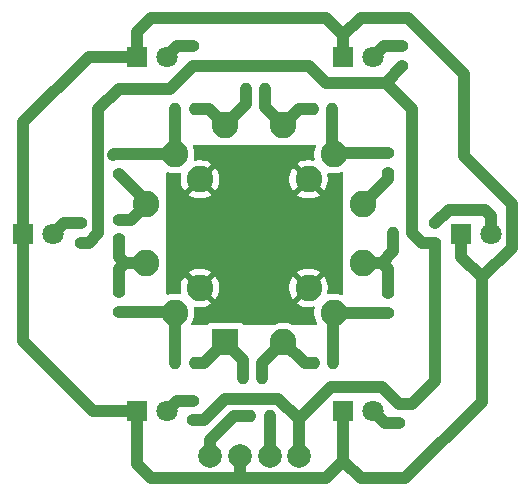
<source format=gbl>
G04 #@! TF.GenerationSoftware,KiCad,Pcbnew,9.0.4-9.0.4-0~ubuntu24.04.1*
G04 #@! TF.CreationDate,2025-09-13T11:56:24+02:00*
G04 #@! TF.ProjectId,SMG_OVN_DE96-00994A,534d475f-4f56-44e5-9f44-4539362d3030,1*
G04 #@! TF.SameCoordinates,Original*
G04 #@! TF.FileFunction,Copper,L2,Bot*
G04 #@! TF.FilePolarity,Positive*
%FSLAX46Y46*%
G04 Gerber Fmt 4.6, Leading zero omitted, Abs format (unit mm)*
G04 Created by KiCad (PCBNEW 9.0.4-9.0.4-0~ubuntu24.04.1) date 2025-09-13 11:56:24*
%MOMM*%
%LPD*%
G01*
G04 APERTURE LIST*
G04 Aperture macros list*
%AMRoundRect*
0 Rectangle with rounded corners*
0 $1 Rounding radius*
0 $2 $3 $4 $5 $6 $7 $8 $9 X,Y pos of 4 corners*
0 Add a 4 corners polygon primitive as box body*
4,1,4,$2,$3,$4,$5,$6,$7,$8,$9,$2,$3,0*
0 Add four circle primitives for the rounded corners*
1,1,$1+$1,$2,$3*
1,1,$1+$1,$4,$5*
1,1,$1+$1,$6,$7*
1,1,$1+$1,$8,$9*
0 Add four rect primitives between the rounded corners*
20,1,$1+$1,$2,$3,$4,$5,0*
20,1,$1+$1,$4,$5,$6,$7,0*
20,1,$1+$1,$6,$7,$8,$9,0*
20,1,$1+$1,$8,$9,$2,$3,0*%
G04 Aperture macros list end*
G04 #@! TA.AperFunction,ComponentPad*
%ADD10R,1.800000X1.800000*%
G04 #@! TD*
G04 #@! TA.AperFunction,ComponentPad*
%ADD11C,1.800000*%
G04 #@! TD*
G04 #@! TA.AperFunction,ComponentPad*
%ADD12C,2.000000*%
G04 #@! TD*
G04 #@! TA.AperFunction,ComponentPad*
%ADD13R,2.250000X2.250000*%
G04 #@! TD*
G04 #@! TA.AperFunction,ComponentPad*
%ADD14C,2.250000*%
G04 #@! TD*
G04 #@! TA.AperFunction,SMDPad,CuDef*
%ADD15RoundRect,0.200000X-0.200000X-0.275000X0.200000X-0.275000X0.200000X0.275000X-0.200000X0.275000X0*%
G04 #@! TD*
G04 #@! TA.AperFunction,SMDPad,CuDef*
%ADD16RoundRect,0.200000X0.275000X-0.200000X0.275000X0.200000X-0.275000X0.200000X-0.275000X-0.200000X0*%
G04 #@! TD*
G04 #@! TA.AperFunction,SMDPad,CuDef*
%ADD17RoundRect,0.200000X-0.275000X0.200000X-0.275000X-0.200000X0.275000X-0.200000X0.275000X0.200000X0*%
G04 #@! TD*
G04 #@! TA.AperFunction,SMDPad,CuDef*
%ADD18RoundRect,0.200000X0.200000X0.275000X-0.200000X0.275000X-0.200000X-0.275000X0.200000X-0.275000X0*%
G04 #@! TD*
G04 #@! TA.AperFunction,Conductor*
%ADD19C,1.000000*%
G04 #@! TD*
G04 APERTURE END LIST*
D10*
G04 #@! TO.P,D4,1,K*
G04 #@! TO.N,/LED_K*
X134900000Y-104300000D03*
D11*
G04 #@! TO.P,D4,2,A*
G04 #@! TO.N,Net-(D4-A)*
X137440000Y-104300000D03*
G04 #@! TD*
D10*
G04 #@! TO.P,D3,1,K*
G04 #@! TO.N,/LED_K*
X144500000Y-89300000D03*
D11*
G04 #@! TO.P,D3,2,A*
G04 #@! TO.N,Net-(D3-A)*
X147040000Y-89300000D03*
G04 #@! TD*
D10*
G04 #@! TO.P,D1,1,K*
G04 #@! TO.N,/LED_K*
X172000000Y-104300000D03*
D11*
G04 #@! TO.P,D1,2,A*
G04 #@! TO.N,Net-(D1-A)*
X174540000Y-104300000D03*
G04 #@! TD*
D10*
G04 #@! TO.P,D5,1,K*
G04 #@! TO.N,/LED_K*
X144500000Y-119300000D03*
D11*
G04 #@! TO.P,D5,2,A*
G04 #@! TO.N,Net-(D5-A)*
X147040000Y-119300000D03*
G04 #@! TD*
D10*
G04 #@! TO.P,D6,1,K*
G04 #@! TO.N,/LED_K*
X162000000Y-119300000D03*
D11*
G04 #@! TO.P,D6,2,A*
G04 #@! TO.N,Net-(D6-A)*
X164540000Y-119300000D03*
G04 #@! TD*
D10*
G04 #@! TO.P,D2,1,K*
G04 #@! TO.N,/LED_K*
X162000000Y-89300000D03*
D11*
G04 #@! TO.P,D2,2,A*
G04 #@! TO.N,Net-(D2-A)*
X164540000Y-89300000D03*
G04 #@! TD*
D12*
G04 #@! TO.P,J1,1,1*
G04 #@! TO.N,GND*
X150750000Y-123150000D03*
G04 #@! TO.P,J1,2,2*
G04 #@! TO.N,/LED_K*
X153250000Y-123150000D03*
G04 #@! TO.P,J1,3,3*
G04 #@! TO.N,/OUT*
X155750000Y-123150000D03*
G04 #@! TO.P,J1,4,4*
G04 #@! TO.N,VDD*
X158238070Y-123150000D03*
G04 #@! TD*
D13*
G04 #@! TO.P,RS1,1*
G04 #@! TO.N,Net-(R4-Pad1)*
X152000000Y-113452000D03*
D14*
G04 #@! TO.P,RS1,2*
G04 #@! TO.N,Net-(R5-Pad1)*
X147741000Y-110994000D03*
G04 #@! TO.P,RS1,3*
G04 #@! TO.N,Net-(R6-Pad1)*
X145283000Y-106735000D03*
G04 #@! TO.P,RS1,4*
G04 #@! TO.N,Net-(R7-Pad2)*
X145283000Y-101817000D03*
G04 #@! TO.P,RS1,5*
G04 #@! TO.N,Net-(R8-Pad2)*
X147741000Y-97558000D03*
G04 #@! TO.P,RS1,6*
G04 #@! TO.N,Net-(R10-Pad1)*
X152000000Y-95100000D03*
G04 #@! TO.P,RS1,7*
G04 #@! TO.N,Net-(R10-Pad2)*
X156918000Y-95100000D03*
G04 #@! TO.P,RS1,8*
G04 #@! TO.N,Net-(R11-Pad2)*
X161177000Y-97558000D03*
G04 #@! TO.P,RS1,9*
G04 #@! TO.N,Net-(R12-Pad2)*
X163635000Y-101817000D03*
G04 #@! TO.P,RS1,10*
G04 #@! TO.N,Net-(R1-Pad1)*
X163635000Y-106735000D03*
G04 #@! TO.P,RS1,11*
G04 #@! TO.N,Net-(R2-Pad1)*
X161177000Y-110994000D03*
G04 #@! TO.P,RS1,12*
G04 #@! TO.N,Net-(R3-Pad1)*
X156918000Y-113452000D03*
G04 #@! TO.P,RS1,13*
G04 #@! TO.N,/OUT*
X149863000Y-108872000D03*
G04 #@! TO.P,RS1,14*
X149863000Y-99680000D03*
G04 #@! TO.P,RS1,15*
X159055000Y-108872000D03*
G04 #@! TO.P,RS1,16*
X159055000Y-99680000D03*
G04 #@! TD*
D15*
G04 #@! TO.P,R4,1*
G04 #@! TO.N,Net-(R4-Pad1)*
X153500000Y-116500000D03*
G04 #@! TO.P,R4,2*
G04 #@! TO.N,Net-(R3-Pad1)*
X155150000Y-116500000D03*
G04 #@! TD*
D16*
G04 #@! TO.P,R2,1*
G04 #@! TO.N,Net-(R2-Pad1)*
X165750000Y-111000000D03*
G04 #@! TO.P,R2,2*
G04 #@! TO.N,Net-(R1-Pad1)*
X165750000Y-109350000D03*
G04 #@! TD*
D17*
G04 #@! TO.P,R16,1*
G04 #@! TO.N,Net-(D4-A)*
X139750000Y-103425000D03*
G04 #@! TO.P,R16,2*
G04 #@! TO.N,VDD*
X139750000Y-105075000D03*
G04 #@! TD*
D18*
G04 #@! TO.P,R13,1*
G04 #@! TO.N,/OUT*
X155750000Y-119750000D03*
G04 #@! TO.P,R13,2*
G04 #@! TO.N,GND*
X154100000Y-119750000D03*
G04 #@! TD*
D15*
G04 #@! TO.P,R11,1*
G04 #@! TO.N,Net-(R10-Pad2)*
X159425000Y-93750000D03*
G04 #@! TO.P,R11,2*
G04 #@! TO.N,Net-(R11-Pad2)*
X161075000Y-93750000D03*
G04 #@! TD*
G04 #@! TO.P,R3,1*
G04 #@! TO.N,Net-(R3-Pad1)*
X159500000Y-115250000D03*
G04 #@! TO.P,R3,2*
G04 #@! TO.N,Net-(R2-Pad1)*
X161150000Y-115250000D03*
G04 #@! TD*
D16*
G04 #@! TO.P,R8,1*
G04 #@! TO.N,Net-(R7-Pad2)*
X143000000Y-99250000D03*
G04 #@! TO.P,R8,2*
G04 #@! TO.N,Net-(R8-Pad2)*
X143000000Y-97600000D03*
G04 #@! TD*
D15*
G04 #@! TO.P,R1,1*
G04 #@! TO.N,Net-(R1-Pad1)*
X166175000Y-104250000D03*
G04 #@! TO.P,R1,2*
G04 #@! TO.N,VDD*
X167825000Y-104250000D03*
G04 #@! TD*
D16*
G04 #@! TO.P,R18,1*
G04 #@! TO.N,Net-(D6-A)*
X166750000Y-120325000D03*
G04 #@! TO.P,R18,2*
G04 #@! TO.N,VDD*
X166750000Y-118675000D03*
G04 #@! TD*
D15*
G04 #@! TO.P,R10,1*
G04 #@! TO.N,Net-(R10-Pad1)*
X153750000Y-92000000D03*
G04 #@! TO.P,R10,2*
G04 #@! TO.N,Net-(R10-Pad2)*
X155400000Y-92000000D03*
G04 #@! TD*
D16*
G04 #@! TO.P,R7,1*
G04 #@! TO.N,Net-(R6-Pad1)*
X143000000Y-104750000D03*
G04 #@! TO.P,R7,2*
G04 #@! TO.N,Net-(R7-Pad2)*
X143000000Y-103100000D03*
G04 #@! TD*
D17*
G04 #@! TO.P,R15,1*
G04 #@! TO.N,Net-(D3-A)*
X149250000Y-88425000D03*
G04 #@! TO.P,R15,2*
G04 #@! TO.N,VDD*
X149250000Y-90075000D03*
G04 #@! TD*
D15*
G04 #@! TO.P,R5,1*
G04 #@! TO.N,Net-(R5-Pad1)*
X147750000Y-115250000D03*
G04 #@! TO.P,R5,2*
G04 #@! TO.N,Net-(R4-Pad1)*
X149400000Y-115250000D03*
G04 #@! TD*
D17*
G04 #@! TO.P,R14,1*
G04 #@! TO.N,Net-(D2-A)*
X167000000Y-88425000D03*
G04 #@! TO.P,R14,2*
G04 #@! TO.N,VDD*
X167000000Y-90075000D03*
G04 #@! TD*
D15*
G04 #@! TO.P,R9,1*
G04 #@! TO.N,Net-(R8-Pad2)*
X147750000Y-93750000D03*
G04 #@! TO.P,R9,2*
G04 #@! TO.N,Net-(R10-Pad1)*
X149400000Y-93750000D03*
G04 #@! TD*
D17*
G04 #@! TO.P,R19,1*
G04 #@! TO.N,Net-(D1-A)*
X169750000Y-103425000D03*
G04 #@! TO.P,R19,2*
G04 #@! TO.N,VDD*
X169750000Y-105075000D03*
G04 #@! TD*
G04 #@! TO.P,R6,1*
G04 #@! TO.N,Net-(R6-Pad1)*
X143000000Y-109250000D03*
G04 #@! TO.P,R6,2*
G04 #@! TO.N,Net-(R5-Pad1)*
X143000000Y-110900000D03*
G04 #@! TD*
G04 #@! TO.P,R17,1*
G04 #@! TO.N,Net-(D5-A)*
X149250000Y-118425000D03*
G04 #@! TO.P,R17,2*
G04 #@! TO.N,VDD*
X149250000Y-120075000D03*
G04 #@! TD*
G04 #@! TO.P,R12,1*
G04 #@! TO.N,Net-(R11-Pad2)*
X165750000Y-97500000D03*
G04 #@! TO.P,R12,2*
G04 #@! TO.N,Net-(R12-Pad2)*
X165750000Y-99150000D03*
G04 #@! TD*
D19*
G04 #@! TO.N,Net-(R1-Pad1)*
X165235000Y-106735000D02*
X163635000Y-106735000D01*
X165750000Y-107250000D02*
X165235000Y-106735000D01*
X166175000Y-105795000D02*
X165235000Y-106735000D01*
X165750000Y-109350000D02*
X165750000Y-107250000D01*
X166175000Y-104250000D02*
X166175000Y-105795000D01*
G04 #@! TO.N,VDD*
X165575000Y-91500000D02*
X167000000Y-90075000D01*
X156500000Y-118250000D02*
X158209000Y-119959000D01*
X147325000Y-92000000D02*
X143000000Y-92000000D01*
X158209000Y-119959000D02*
X158209000Y-123150000D01*
X149250000Y-90075000D02*
X159075000Y-90075000D01*
X150175000Y-120075000D02*
X152000000Y-118250000D01*
X165575000Y-91500000D02*
X167825000Y-93750000D01*
X167825000Y-118675000D02*
X169750000Y-116750000D01*
X149250000Y-120075000D02*
X150175000Y-120075000D01*
X165250000Y-117250000D02*
X160918000Y-117250000D01*
X143000000Y-92000000D02*
X141250000Y-93750000D01*
X169750000Y-105075000D02*
X168650000Y-105075000D01*
X167825000Y-93750000D02*
X167825000Y-104250000D01*
X166675000Y-118675000D02*
X165250000Y-117250000D01*
X141250000Y-93750000D02*
X141250000Y-104250000D01*
X160918000Y-117250000D02*
X158209000Y-119959000D01*
X166750000Y-118675000D02*
X166675000Y-118675000D01*
X141250000Y-104250000D02*
X140425000Y-105075000D01*
X168650000Y-105075000D02*
X167825000Y-104250000D01*
X152000000Y-118250000D02*
X156500000Y-118250000D01*
X160500000Y-91500000D02*
X165575000Y-91500000D01*
X140425000Y-105075000D02*
X139750000Y-105075000D01*
X149250000Y-90075000D02*
X147325000Y-92000000D01*
X159075000Y-90075000D02*
X160500000Y-91500000D01*
X166750000Y-118675000D02*
X167825000Y-118675000D01*
X169750000Y-116750000D02*
X169750000Y-105075000D01*
G04 #@! TO.N,Net-(R2-Pad1)*
X161177000Y-110994000D02*
X165744000Y-110994000D01*
X161150000Y-111021000D02*
X161177000Y-110994000D01*
X161150000Y-115250000D02*
X161150000Y-111021000D01*
X165744000Y-110994000D02*
X165750000Y-111000000D01*
G04 #@! TO.N,Net-(R3-Pad1)*
X159500000Y-115250000D02*
X158716000Y-115250000D01*
X155150000Y-116500000D02*
X155150000Y-115220000D01*
X155150000Y-115220000D02*
X156918000Y-113452000D01*
X158716000Y-115250000D02*
X156918000Y-113452000D01*
G04 #@! TO.N,Net-(R4-Pad1)*
X153500000Y-116500000D02*
X153500000Y-114952000D01*
X150202000Y-115250000D02*
X152000000Y-113452000D01*
X149400000Y-115250000D02*
X150202000Y-115250000D01*
X153500000Y-114952000D02*
X152000000Y-113452000D01*
G04 #@! TO.N,Net-(R5-Pad1)*
X143000000Y-110900000D02*
X147647000Y-110900000D01*
X147741000Y-110994000D02*
X147741000Y-115241000D01*
X147741000Y-115241000D02*
X147750000Y-115250000D01*
X147647000Y-110900000D02*
X147741000Y-110994000D01*
G04 #@! TO.N,Net-(R6-Pad1)*
X143000000Y-107250000D02*
X143000000Y-109250000D01*
X143000000Y-104750000D02*
X143000000Y-106250000D01*
X143500000Y-106750000D02*
X143515000Y-106735000D01*
X143515000Y-106735000D02*
X143000000Y-107250000D01*
X143515000Y-106735000D02*
X145283000Y-106735000D01*
X143000000Y-106250000D02*
X143500000Y-106750000D01*
G04 #@! TO.N,Net-(R7-Pad2)*
X145283000Y-101817000D02*
X145283000Y-101533000D01*
X145283000Y-101817000D02*
X144000000Y-103100000D01*
X144000000Y-103100000D02*
X143000000Y-103100000D01*
X145283000Y-101533000D02*
X143000000Y-99250000D01*
G04 #@! TO.N,Net-(R8-Pad2)*
X147741000Y-94009000D02*
X147741000Y-97558000D01*
X147750000Y-94000000D02*
X147741000Y-94009000D01*
X147750000Y-93750000D02*
X147750000Y-94000000D01*
X142542000Y-97558000D02*
X142500000Y-97600000D01*
X147741000Y-97558000D02*
X142542000Y-97558000D01*
G04 #@! TO.N,Net-(R10-Pad1)*
X150650000Y-93750000D02*
X152000000Y-95100000D01*
X149400000Y-93750000D02*
X150650000Y-93750000D01*
X153750000Y-93350000D02*
X152000000Y-95100000D01*
X153750000Y-92000000D02*
X153750000Y-93350000D01*
G04 #@! TO.N,Net-(R10-Pad2)*
X155400000Y-93582000D02*
X156918000Y-95100000D01*
X159425000Y-93750000D02*
X158268000Y-93750000D01*
X158268000Y-93750000D02*
X156918000Y-95100000D01*
X155400000Y-92000000D02*
X155400000Y-93582000D01*
G04 #@! TO.N,Net-(R11-Pad2)*
X161075000Y-97456000D02*
X161177000Y-97558000D01*
X161235000Y-97500000D02*
X161177000Y-97558000D01*
X165750000Y-97500000D02*
X161235000Y-97500000D01*
X161075000Y-93750000D02*
X161075000Y-97456000D01*
G04 #@! TO.N,Net-(R12-Pad2)*
X165750000Y-99702000D02*
X165750000Y-99150000D01*
X163635000Y-101817000D02*
X165750000Y-99702000D01*
G04 #@! TO.N,GND*
X150709000Y-121791000D02*
X152750000Y-119750000D01*
X152750000Y-119750000D02*
X154100000Y-119750000D01*
X150709000Y-123150000D02*
X150709000Y-121791000D01*
G04 #@! TO.N,/LED_K*
X172250000Y-90750000D02*
X167500000Y-86000000D01*
X167500000Y-86000000D02*
X163500000Y-86000000D01*
X144500000Y-119300000D02*
X140800000Y-119300000D01*
X145750000Y-86000000D02*
X160500000Y-86000000D01*
X134900000Y-104300000D02*
X134900000Y-94850000D01*
X144500000Y-123750000D02*
X145750000Y-125000000D01*
X144500000Y-87250000D02*
X145750000Y-86000000D01*
X134900000Y-94850000D02*
X140450000Y-89300000D01*
X176250000Y-101750000D02*
X172250000Y-97750000D01*
X163500000Y-86000000D02*
X162000000Y-87500000D01*
X162000000Y-87500000D02*
X162000000Y-89300000D01*
X134900000Y-113400000D02*
X134900000Y-104300000D01*
X172000000Y-106250000D02*
X172000000Y-104300000D01*
X144500000Y-89300000D02*
X144500000Y-87250000D01*
X162000000Y-123500000D02*
X162000000Y-119300000D01*
X167250000Y-125000000D02*
X173750000Y-118500000D01*
X140450000Y-89300000D02*
X144500000Y-89300000D01*
X176250000Y-105500000D02*
X176250000Y-101750000D01*
X145750000Y-125000000D02*
X160500000Y-125000000D01*
X173750000Y-108000000D02*
X176250000Y-105500000D01*
X162000000Y-123500000D02*
X163500000Y-125000000D01*
X163500000Y-125000000D02*
X167250000Y-125000000D01*
X140800000Y-119300000D02*
X134900000Y-113400000D01*
X160500000Y-86000000D02*
X162000000Y-87500000D01*
X160500000Y-125000000D02*
X162000000Y-123500000D01*
X173750000Y-108000000D02*
X172000000Y-106250000D01*
X172250000Y-97750000D02*
X172250000Y-90750000D01*
X144500000Y-119300000D02*
X144500000Y-123750000D01*
X173750000Y-118500000D02*
X173750000Y-108000000D01*
X153209000Y-123150000D02*
X153209000Y-124959000D01*
G04 #@! TO.N,Net-(D1-A)*
X174000000Y-102250000D02*
X170925000Y-102250000D01*
X174540000Y-102790000D02*
X174000000Y-102250000D01*
X174540000Y-104300000D02*
X174540000Y-102790000D01*
X170925000Y-102250000D02*
X169750000Y-103425000D01*
G04 #@! TO.N,/OUT*
X155709000Y-123150000D02*
X155709000Y-123041000D01*
X155750000Y-123000000D02*
X155750000Y-119750000D01*
X155709000Y-123041000D02*
X155750000Y-123000000D01*
G04 #@! TO.N,Net-(D2-A)*
X167000000Y-88425000D02*
X165415000Y-88425000D01*
X165415000Y-88425000D02*
X164540000Y-89300000D01*
G04 #@! TO.N,Net-(D3-A)*
X149250000Y-88425000D02*
X147915000Y-88425000D01*
X147915000Y-88425000D02*
X147040000Y-89300000D01*
G04 #@! TO.N,Net-(D4-A)*
X138325000Y-103425000D02*
X137450000Y-104300000D01*
X139750000Y-103425000D02*
X138325000Y-103425000D01*
X137450000Y-104300000D02*
X137440000Y-104300000D01*
G04 #@! TO.N,Net-(D5-A)*
X147915000Y-118425000D02*
X147040000Y-119300000D01*
X149250000Y-118425000D02*
X147915000Y-118425000D01*
G04 #@! TO.N,Net-(D6-A)*
X165565000Y-120325000D02*
X164540000Y-119300000D01*
X166750000Y-120325000D02*
X165565000Y-120325000D01*
G04 #@! TD*
G04 #@! TA.AperFunction,Conductor*
G04 #@! TO.N,/OUT*
G36*
X159629044Y-96769685D02*
G01*
X159674799Y-96822489D01*
X159684743Y-96891647D01*
X159672492Y-96930291D01*
X159670591Y-96934022D01*
X159670588Y-96934027D01*
X159591526Y-97177359D01*
X159551500Y-97430070D01*
X159551500Y-97685929D01*
X159591526Y-97938641D01*
X159591541Y-97938687D01*
X159591541Y-97938705D01*
X159592664Y-97943382D01*
X159591681Y-97943617D01*
X159593538Y-98008528D01*
X159557458Y-98068362D01*
X159494758Y-98099191D01*
X159440466Y-98095309D01*
X159440265Y-98096151D01*
X159435525Y-98095013D01*
X159182889Y-98055000D01*
X158927111Y-98055000D01*
X158674476Y-98095013D01*
X158431218Y-98174051D01*
X158431215Y-98174052D01*
X158203310Y-98290177D01*
X158096403Y-98367849D01*
X158096402Y-98367850D01*
X158730974Y-99002421D01*
X158699742Y-99015359D01*
X158576903Y-99097437D01*
X158472437Y-99201903D01*
X158390359Y-99324742D01*
X158377421Y-99355974D01*
X157742850Y-98721402D01*
X157742849Y-98721403D01*
X157665177Y-98828310D01*
X157549052Y-99056215D01*
X157549051Y-99056218D01*
X157470013Y-99299476D01*
X157430000Y-99552110D01*
X157430000Y-99807889D01*
X157470013Y-100060523D01*
X157549051Y-100303781D01*
X157549052Y-100303784D01*
X157665175Y-100531686D01*
X157742850Y-100638595D01*
X157742850Y-100638596D01*
X158377421Y-100004024D01*
X158390359Y-100035258D01*
X158472437Y-100158097D01*
X158576903Y-100262563D01*
X158699742Y-100344641D01*
X158730974Y-100357577D01*
X158096402Y-100992148D01*
X158203313Y-101069824D01*
X158431215Y-101185947D01*
X158431218Y-101185948D01*
X158674476Y-101264986D01*
X158927111Y-101305000D01*
X159182889Y-101305000D01*
X159435523Y-101264986D01*
X159678781Y-101185948D01*
X159678784Y-101185947D01*
X159906685Y-101069825D01*
X160013595Y-100992148D01*
X160013596Y-100992148D01*
X159379025Y-100357578D01*
X159410258Y-100344641D01*
X159533097Y-100262563D01*
X159637563Y-100158097D01*
X159719641Y-100035258D01*
X159732578Y-100004025D01*
X160367148Y-100638596D01*
X160367148Y-100638595D01*
X160444825Y-100531685D01*
X160560947Y-100303784D01*
X160560948Y-100303781D01*
X160639986Y-100060523D01*
X160680000Y-99807889D01*
X160680000Y-99552110D01*
X160639986Y-99299476D01*
X160638848Y-99294731D01*
X160639916Y-99294474D01*
X160638061Y-99229883D01*
X160674133Y-99170045D01*
X160736829Y-99139207D01*
X160791440Y-99143109D01*
X160791626Y-99142337D01*
X160796287Y-99143456D01*
X160796311Y-99143457D01*
X160796361Y-99143474D01*
X161049070Y-99183500D01*
X161049071Y-99183500D01*
X161304929Y-99183500D01*
X161304930Y-99183500D01*
X161557639Y-99143474D01*
X161800975Y-99064410D01*
X161819702Y-99054867D01*
X161888371Y-99041970D01*
X161953112Y-99068244D01*
X161993371Y-99125350D01*
X162000000Y-99165351D01*
X162000000Y-109386648D01*
X161980315Y-109453687D01*
X161927511Y-109499442D01*
X161858353Y-109509386D01*
X161819706Y-109497133D01*
X161800981Y-109487592D01*
X161800972Y-109487588D01*
X161557640Y-109408526D01*
X161352825Y-109376086D01*
X161304930Y-109368500D01*
X161049070Y-109368500D01*
X161001175Y-109376086D01*
X160796357Y-109408526D01*
X160796353Y-109408527D01*
X160796290Y-109408548D01*
X160796264Y-109408548D01*
X160791618Y-109409664D01*
X160791383Y-109408687D01*
X160726449Y-109410531D01*
X160666622Y-109374439D01*
X160635805Y-109311733D01*
X160639693Y-109257471D01*
X160638848Y-109257269D01*
X160639986Y-109252523D01*
X160680000Y-108999889D01*
X160680000Y-108744110D01*
X160639986Y-108491476D01*
X160560948Y-108248218D01*
X160560947Y-108248215D01*
X160444824Y-108020313D01*
X160367148Y-107913403D01*
X160367148Y-107913402D01*
X159732577Y-108547974D01*
X159719641Y-108516742D01*
X159637563Y-108393903D01*
X159533097Y-108289437D01*
X159410258Y-108207359D01*
X159379024Y-108194421D01*
X160013596Y-107559850D01*
X159906686Y-107482175D01*
X159678784Y-107366052D01*
X159678781Y-107366051D01*
X159435523Y-107287013D01*
X159182889Y-107247000D01*
X158927111Y-107247000D01*
X158674476Y-107287013D01*
X158431218Y-107366051D01*
X158431215Y-107366052D01*
X158203310Y-107482177D01*
X158096403Y-107559849D01*
X158096402Y-107559850D01*
X158730974Y-108194421D01*
X158699742Y-108207359D01*
X158576903Y-108289437D01*
X158472437Y-108393903D01*
X158390359Y-108516742D01*
X158377421Y-108547974D01*
X157742850Y-107913402D01*
X157742849Y-107913403D01*
X157665177Y-108020310D01*
X157549052Y-108248215D01*
X157549051Y-108248218D01*
X157470013Y-108491476D01*
X157430000Y-108744110D01*
X157430000Y-108999889D01*
X157470013Y-109252523D01*
X157549051Y-109495781D01*
X157549052Y-109495784D01*
X157665175Y-109723686D01*
X157742850Y-109830595D01*
X157742850Y-109830596D01*
X158377421Y-109196024D01*
X158390359Y-109227258D01*
X158472437Y-109350097D01*
X158576903Y-109454563D01*
X158699742Y-109536641D01*
X158730974Y-109549577D01*
X158096402Y-110184148D01*
X158203313Y-110261824D01*
X158431215Y-110377947D01*
X158431218Y-110377948D01*
X158674476Y-110456986D01*
X158927111Y-110497000D01*
X159182889Y-110497000D01*
X159435523Y-110456986D01*
X159440269Y-110455848D01*
X159440525Y-110456914D01*
X159505124Y-110455064D01*
X159564959Y-110491140D01*
X159595792Y-110553839D01*
X159591894Y-110608433D01*
X159592664Y-110608618D01*
X159591550Y-110613257D01*
X159591548Y-110613290D01*
X159591527Y-110613353D01*
X159591526Y-110613357D01*
X159551500Y-110866070D01*
X159551500Y-111121929D01*
X159591526Y-111374640D01*
X159670588Y-111617972D01*
X159670589Y-111617975D01*
X159773377Y-111819705D01*
X159786273Y-111888374D01*
X159759997Y-111953115D01*
X159702890Y-111993372D01*
X159662892Y-112000000D01*
X157678531Y-112000000D01*
X157622236Y-111986485D01*
X157541975Y-111945589D01*
X157541972Y-111945588D01*
X157298640Y-111866526D01*
X157168711Y-111845947D01*
X157045930Y-111826500D01*
X156790070Y-111826500D01*
X156705833Y-111839842D01*
X156537359Y-111866526D01*
X156294027Y-111945588D01*
X156294024Y-111945589D01*
X156213764Y-111986485D01*
X156157469Y-112000000D01*
X153564454Y-112000000D01*
X153497415Y-111980315D01*
X153489978Y-111974322D01*
X153489645Y-111974768D01*
X153367335Y-111883206D01*
X153367328Y-111883202D01*
X153232482Y-111832908D01*
X153232483Y-111832908D01*
X153172883Y-111826501D01*
X153172881Y-111826500D01*
X153172873Y-111826500D01*
X153172864Y-111826500D01*
X150827129Y-111826500D01*
X150827123Y-111826501D01*
X150767516Y-111832908D01*
X150632671Y-111883202D01*
X150632664Y-111883206D01*
X150510355Y-111974768D01*
X150508198Y-111971887D01*
X150461904Y-111997166D01*
X150435546Y-112000000D01*
X149255108Y-112000000D01*
X149188069Y-111980315D01*
X149142314Y-111927511D01*
X149132370Y-111858353D01*
X149144623Y-111819705D01*
X149247410Y-111617975D01*
X149247411Y-111617972D01*
X149296167Y-111467914D01*
X149326474Y-111374639D01*
X149366500Y-111121930D01*
X149366500Y-110866070D01*
X149326474Y-110613361D01*
X149326457Y-110613311D01*
X149326457Y-110613290D01*
X149325337Y-110608626D01*
X149326317Y-110608390D01*
X149324461Y-110543471D01*
X149360541Y-110483637D01*
X149423241Y-110452808D01*
X149477527Y-110456694D01*
X149477731Y-110455848D01*
X149482476Y-110456986D01*
X149735111Y-110497000D01*
X149990889Y-110497000D01*
X150243523Y-110456986D01*
X150486781Y-110377948D01*
X150486784Y-110377947D01*
X150714685Y-110261825D01*
X150821595Y-110184148D01*
X150821596Y-110184148D01*
X150187025Y-109549578D01*
X150218258Y-109536641D01*
X150341097Y-109454563D01*
X150445563Y-109350097D01*
X150527641Y-109227258D01*
X150540578Y-109196025D01*
X151175148Y-109830596D01*
X151175148Y-109830595D01*
X151252825Y-109723685D01*
X151368947Y-109495784D01*
X151368948Y-109495781D01*
X151447986Y-109252523D01*
X151488000Y-108999889D01*
X151488000Y-108744110D01*
X151447986Y-108491476D01*
X151368948Y-108248218D01*
X151368947Y-108248215D01*
X151252824Y-108020313D01*
X151175148Y-107913403D01*
X151175148Y-107913402D01*
X150540577Y-108547973D01*
X150527641Y-108516742D01*
X150445563Y-108393903D01*
X150341097Y-108289437D01*
X150218258Y-108207359D01*
X150187024Y-108194421D01*
X150821596Y-107559850D01*
X150714686Y-107482175D01*
X150486784Y-107366052D01*
X150486781Y-107366051D01*
X150243523Y-107287013D01*
X149990889Y-107247000D01*
X149735111Y-107247000D01*
X149482476Y-107287013D01*
X149239218Y-107366051D01*
X149239215Y-107366052D01*
X149011310Y-107482177D01*
X148904403Y-107559849D01*
X148904402Y-107559850D01*
X149538974Y-108194421D01*
X149507742Y-108207359D01*
X149384903Y-108289437D01*
X149280437Y-108393903D01*
X149198359Y-108516742D01*
X149185421Y-108547975D01*
X148550850Y-107913402D01*
X148550849Y-107913403D01*
X148473177Y-108020310D01*
X148357052Y-108248215D01*
X148357051Y-108248218D01*
X148278013Y-108491476D01*
X148238000Y-108744110D01*
X148238000Y-108999889D01*
X148278013Y-109252525D01*
X148279151Y-109257265D01*
X148278088Y-109257519D01*
X148279931Y-109322141D01*
X148243848Y-109381972D01*
X148181145Y-109412796D01*
X148126567Y-109408890D01*
X148126382Y-109409664D01*
X148121710Y-109408542D01*
X148121687Y-109408541D01*
X148121640Y-109408526D01*
X148121642Y-109408526D01*
X147916825Y-109376086D01*
X147868930Y-109368500D01*
X147613070Y-109368500D01*
X147565175Y-109376086D01*
X147360359Y-109408526D01*
X147162318Y-109472873D01*
X147092477Y-109474868D01*
X147032644Y-109438787D01*
X147001816Y-109376086D01*
X147000000Y-109354942D01*
X147000000Y-99197058D01*
X147019685Y-99130019D01*
X147072489Y-99084264D01*
X147141647Y-99074320D01*
X147162318Y-99079127D01*
X147282006Y-99118015D01*
X147360361Y-99143474D01*
X147613070Y-99183500D01*
X147613071Y-99183500D01*
X147868929Y-99183500D01*
X147868930Y-99183500D01*
X148121639Y-99143474D01*
X148121682Y-99143459D01*
X148121699Y-99143459D01*
X148126374Y-99142337D01*
X148126609Y-99143318D01*
X148191521Y-99141459D01*
X148251356Y-99177535D01*
X148282189Y-99240234D01*
X148278311Y-99294533D01*
X148279151Y-99294735D01*
X148278013Y-99299474D01*
X148238000Y-99552110D01*
X148238000Y-99807889D01*
X148278013Y-100060523D01*
X148357051Y-100303781D01*
X148357052Y-100303784D01*
X148473175Y-100531686D01*
X148550850Y-100638595D01*
X148550850Y-100638596D01*
X149185421Y-100004024D01*
X149198359Y-100035258D01*
X149280437Y-100158097D01*
X149384903Y-100262563D01*
X149507742Y-100344641D01*
X149538974Y-100357577D01*
X148904402Y-100992148D01*
X149011313Y-101069824D01*
X149239215Y-101185947D01*
X149239218Y-101185948D01*
X149482476Y-101264986D01*
X149735111Y-101305000D01*
X149990889Y-101305000D01*
X150243523Y-101264986D01*
X150486781Y-101185948D01*
X150486784Y-101185947D01*
X150714685Y-101069825D01*
X150821595Y-100992148D01*
X150821596Y-100992148D01*
X150187025Y-100357578D01*
X150218258Y-100344641D01*
X150341097Y-100262563D01*
X150445563Y-100158097D01*
X150527641Y-100035258D01*
X150540578Y-100004025D01*
X151175148Y-100638596D01*
X151175148Y-100638595D01*
X151252825Y-100531685D01*
X151368947Y-100303784D01*
X151368948Y-100303781D01*
X151447986Y-100060523D01*
X151488000Y-99807889D01*
X151488000Y-99552110D01*
X151447986Y-99299476D01*
X151368948Y-99056218D01*
X151368947Y-99056215D01*
X151252824Y-98828313D01*
X151175148Y-98721403D01*
X151175148Y-98721402D01*
X150540577Y-99355973D01*
X150527641Y-99324742D01*
X150445563Y-99201903D01*
X150341097Y-99097437D01*
X150218258Y-99015359D01*
X150187024Y-99002421D01*
X150821596Y-98367850D01*
X150714686Y-98290175D01*
X150486784Y-98174052D01*
X150486781Y-98174051D01*
X150243523Y-98095013D01*
X149990889Y-98055000D01*
X149735111Y-98055000D01*
X149482474Y-98095013D01*
X149477735Y-98096151D01*
X149477480Y-98095091D01*
X149412850Y-98096929D01*
X149353022Y-98060842D01*
X149322202Y-97998137D01*
X149326110Y-97943559D01*
X149325337Y-97943374D01*
X149326458Y-97938704D01*
X149326459Y-97938682D01*
X149326474Y-97938639D01*
X149366500Y-97685930D01*
X149366500Y-97430070D01*
X149326474Y-97177361D01*
X149247410Y-96934025D01*
X149246552Y-96932342D01*
X149245508Y-96930291D01*
X149232614Y-96861621D01*
X149258893Y-96796882D01*
X149316001Y-96756627D01*
X149355995Y-96750000D01*
X159562005Y-96750000D01*
X159629044Y-96769685D01*
G37*
G04 #@! TD.AperFunction*
G04 #@! TD*
M02*

</source>
